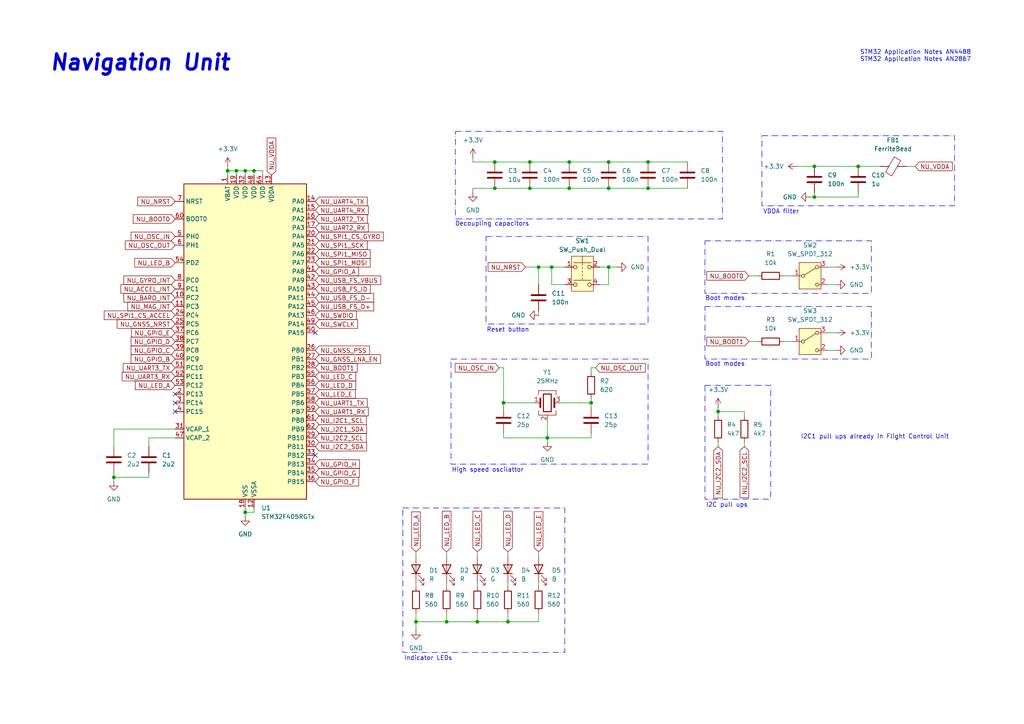
<source format=kicad_sch>
(kicad_sch (version 20250114) (generator "eeschema") (generator_version "9.0")
  (paper "A4")
  (lib_symbols
    (symbol "Device:C" (pin_numbers (hide yes)) (pin_names (offset 0.254))
      (property "Reference" "C" (at 0.635 2.54 0))
      (property "Value" "C" (at 0.635 -2.54 0))
      (symbol "C_0_1"
        (polyline (pts (xy -2.032 0.762) (xy 2.032 0.762)) (stroke (width 0.508)))
        (polyline (pts (xy -2.032 -0.762) (xy 2.032 -0.762)) (stroke (width 0.508)))
      )
      (symbol "C_1_1"
        (pin passive line (at 0 3.81 270) (length 2.794) (name "~") (number "1"))
        (pin passive line (at 0 -3.81 90) (length 2.794) (name "~") (number "2"))
      )
    )
    (symbol "Device:Crystal_GND24" (pin_names (offset 1.016) (hide yes))
      (property "Reference" "Y" (at 3.175 5.08 0))
      (property "Value" "Crystal_GND24" (at 3.175 3.175 0))
      (symbol "Crystal_GND24_0_1"
        (polyline (pts (xy -2.54 2.286) (xy -2.54 3.556) (xy 2.54 3.556) (xy 2.54 2.286)))
        (polyline (pts (xy -2.54 0) (xy -2.032 0)))
        (polyline (pts (xy -2.54 -2.286) (xy -2.54 -3.556) (xy 2.54 -3.556) (xy 2.54 -2.286)))
        (polyline (pts (xy -2.032 -1.27) (xy -2.032 1.27)) (stroke (width 0.508)))
        (rectangle (start -1.143 2.54) (end 1.143 -2.54) (stroke (width 0.3048)))
        (polyline (pts (xy 0 -3.81) (xy 0 -3.556)))
        (polyline (pts (xy 2.032 0) (xy 2.54 0)))
        (polyline (pts (xy 2.032 -1.27) (xy 2.032 1.27)) (stroke (width 0.508)))
      )
      (symbol "Crystal_GND24_1_1"
        (pin passive line (at -3.81 0 0) (length 1.27) (name "1") (number "1"))
        (pin passive line (at 0 -5.08 90) (length 1.27) (name "G") (number "2"))
        (pin passive line (at 0 -5.08 90) (length 1.27) (hide yes) (name "G") (number "4"))
        (pin passive line (at 3.81 0 180) (length 1.27) (name "3") (number "3"))
      )
    )
    (symbol "Device:FerriteBead" (pin_numbers (hide yes)) (pin_names (offset 0))
      (property "Reference" "FB" (at -3.81 0.635 90))
      (property "Value" "FerriteBead" (at 3.81 0 90))
      (symbol "FerriteBead_0_1"
        (polyline (pts (xy -2.7686 0.4064) (xy -1.7018 2.2606) (xy 2.7686 -0.3048) (xy 1.6764 -2.159) (xy -2.7686 0.4064)))
        (polyline (pts (xy 0 1.27) (xy 0 1.2954)))
        (polyline (pts (xy 0 -1.27) (xy 0 -1.2192)))
      )
      (symbol "FerriteBead_1_1"
        (pin passive line (at 0 3.81 270) (length 2.54) (name "~") (number "1"))
        (pin passive line (at 0 -3.81 90) (length 2.54) (name "~") (number "2"))
      )
    )
    (symbol "Device:LED" (pin_numbers (hide yes)) (pin_names (offset 1.016) (hide yes))
      (property "Reference" "D" (at 0 2.54 0))
      (property "Value" "LED" (at 0 -2.54 0))
      (symbol "LED_0_1"
        (polyline (pts (xy -3.048 -0.762) (xy -4.572 -2.286) (xy -3.81 -2.286) (xy -4.572 -2.286) (xy -4.572 -1.524)))
        (polyline (pts (xy -1.778 -0.762) (xy -3.302 -2.286) (xy -2.54 -2.286) (xy -3.302 -2.286) (xy -3.302 -1.524)))
        (polyline (pts (xy -1.27 0) (xy 1.27 0)))
        (polyline (pts (xy -1.27 -1.27) (xy -1.27 1.27)) (stroke (width 0.254)))
        (polyline (pts (xy 1.27 -1.27) (xy 1.27 1.27) (xy -1.27 0) (xy 1.27 -1.27)) (stroke (width 0.254)))
      )
      (symbol "LED_1_1"
        (pin passive line (at -3.81 0 0) (length 2.54) (name "K") (number "1"))
        (pin passive line (at 3.81 0 180) (length 2.54) (name "A") (number "2"))
      )
    )
    (symbol "Device:R" (pin_numbers (hide yes)) (pin_names (offset 0))
      (property "Reference" "R" (at 2.032 0 90))
      (property "Value" "R" (at 0 0 90))
      (symbol "R_0_1"
        (rectangle (start -1.016 -2.54) (end 1.016 2.54) (stroke (width 0.254)))
      )
      (symbol "R_1_1"
        (pin passive line (at 0 3.81 270) (length 1.27) (name "~") (number "1"))
        (pin passive line (at 0 -3.81 90) (length 1.27) (name "~") (number "2"))
      )
    )
    (symbol "MCU_ST_STM32F4:STM32F405RGTx"
      (property "Reference" "U" (at -17.78 46.99 0))
      (property "Value" "STM32F405RGTx" (at 10.16 46.99 0))
      (symbol "STM32F405RGTx_0_1"
        (rectangle (start -17.78 -45.72) (end 17.78 45.72) (stroke (width 0.254)) (fill (type background)))
      )
      (symbol "STM32F405RGTx_1_1"
        (pin input line (at -20.32 40.64 0) (length 2.54) (name "NRST") (number "7"))
        (pin input line (at -20.32 35.56 0) (length 2.54) (name "BOOT0") (number "60"))
        (pin bidirectional line (at -20.32 30.48 0) (length 2.54) (name "PH0") (number "5"))
        (pin bidirectional line (at -20.32 27.94 0) (length 2.54) (name "PH1") (number "6"))
        (pin bidirectional line (at -20.32 22.86 0) (length 2.54) (name "PD2") (number "54"))
        (pin bidirectional line (at -20.32 17.78 0) (length 2.54) (name "PC0") (number "8"))
        (pin bidirectional line (at -20.32 15.24 0) (length 2.54) (name "PC1") (number "9"))
        (pin bidirectional line (at -20.32 12.7 0) (length 2.54) (name "PC2") (number "10"))
        (pin bidirectional line (at -20.32 10.16 0) (length 2.54) (name "PC3") (number "11"))
        (pin bidirectional line (at -20.32 7.62 0) (length 2.54) (name "PC4") (number "24"))
        (pin bidirectional line (at -20.32 5.08 0) (length 2.54) (name "PC5") (number "25"))
        (pin bidirectional line (at -20.32 2.54 0) (length 2.54) (name "PC6") (number "37"))
        (pin bidirectional line (at -20.32 0 0) (length 2.54) (name "PC7") (number "38"))
        (pin bidirectional line (at -20.32 -2.54 0) (length 2.54) (name "PC8") (number "39"))
        (pin bidirectional line (at -20.32 -5.08 0) (length 2.54) (name "PC9") (number "40"))
        (pin bidirectional line (at -20.32 -7.62 0) (length 2.54) (name "PC10") (number "51"))
        (pin bidirectional line (at -20.32 -10.16 0) (length 2.54) (name "PC11") (number "52"))
        (pin bidirectional line (at -20.32 -12.7 0) (length 2.54) (name "PC12") (number "53"))
        (pin bidirectional line (at -20.32 -15.24 0) (length 2.54) (name "PC13") (number "2"))
        (pin bidirectional line (at -20.32 -17.78 0) (length 2.54) (name "PC14") (number "3"))
        (pin bidirectional line (at -20.32 -20.32 0) (length 2.54) (name "PC15") (number "4"))
        (pin power_out line (at -20.32 -25.4 0) (length 2.54) (name "VCAP_1") (number "31"))
        (pin power_out line (at -20.32 -27.94 0) (length 2.54) (name "VCAP_2") (number "47"))
        (pin power_in line (at -5.08 48.26 270) (length 2.54) (name "VBAT") (number "1"))
        (pin power_in line (at -2.54 48.26 270) (length 2.54) (name "VDD") (number "19"))
        (pin power_in line (at 0 48.26 270) (length 2.54) (name "VDD") (number "32"))
        (pin power_in line (at 0 -48.26 90) (length 2.54) (name "VSS") (number "18"))
        (pin passive line (at 0 -48.26 90) (length 2.54) (hide yes) (name "VSS") (number "63"))
        (pin power_in line (at 2.54 48.26 270) (length 2.54) (name "VDD") (number "48"))
        (pin power_in line (at 2.54 -48.26 90) (length 2.54) (name "VSSA") (number "12"))
        (pin power_in line (at 5.08 48.26 270) (length 2.54) (name "VDD") (number "64"))
        (pin power_in line (at 7.62 48.26 270) (length 2.54) (name "VDDA") (number "13"))
        (pin bidirectional line (at 20.32 40.64 180) (length 2.54) (name "PA0") (number "14"))
        (pin bidirectional line (at 20.32 38.1 180) (length 2.54) (name "PA1") (number "15"))
        (pin bidirectional line (at 20.32 35.56 180) (length 2.54) (name "PA2") (number "16"))
        (pin bidirectional line (at 20.32 33.02 180) (length 2.54) (name "PA3") (number "17"))
        (pin bidirectional line (at 20.32 30.48 180) (length 2.54) (name "PA4") (number "20"))
        (pin bidirectional line (at 20.32 27.94 180) (length 2.54) (name "PA5") (number "21"))
        (pin bidirectional line (at 20.32 25.4 180) (length 2.54) (name "PA6") (number "22"))
        (pin bidirectional line (at 20.32 22.86 180) (length 2.54) (name "PA7") (number "23"))
        (pin bidirectional line (at 20.32 20.32 180) (length 2.54) (name "PA8") (number "41"))
        (pin bidirectional line (at 20.32 17.78 180) (length 2.54) (name "PA9") (number "42"))
        (pin bidirectional line (at 20.32 15.24 180) (length 2.54) (name "PA10") (number "43"))
        (pin bidirectional line (at 20.32 12.7 180) (length 2.54) (name "PA11") (number "44"))
        (pin bidirectional line (at 20.32 10.16 180) (length 2.54) (name "PA12") (number "45"))
        (pin bidirectional line (at 20.32 7.62 180) (length 2.54) (name "PA13") (number "46"))
        (pin bidirectional line (at 20.32 5.08 180) (length 2.54) (name "PA14") (number "49"))
        (pin bidirectional line (at 20.32 2.54 180) (length 2.54) (name "PA15") (number "50"))
        (pin bidirectional line (at 20.32 -2.54 180) (length 2.54) (name "PB0") (number "26"))
        (pin bidirectional line (at 20.32 -5.08 180) (length 2.54) (name "PB1") (number "27"))
        (pin bidirectional line (at 20.32 -7.62 180) (length 2.54) (name "PB2") (number "28"))
        (pin bidirectional line (at 20.32 -10.16 180) (length 2.54) (name "PB3") (number "55"))
        (pin bidirectional line (at 20.32 -12.7 180) (length 2.54) (name "PB4") (number "56"))
        (pin bidirectional line (at 20.32 -15.24 180) (length 2.54) (name "PB5") (number "57"))
        (pin bidirectional line (at 20.32 -17.78 180) (length 2.54) (name "PB6") (number "58"))
        (pin bidirectional line (at 20.32 -20.32 180) (length 2.54) (name "PB7") (number "59"))
        (pin bidirectional line (at 20.32 -22.86 180) (length 2.54) (name "PB8") (number "61"))
        (pin bidirectional line (at 20.32 -25.4 180) (length 2.54) (name "PB9") (number "62"))
        (pin bidirectional line (at 20.32 -27.94 180) (length 2.54) (name "PB10") (number "29"))
        (pin bidirectional line (at 20.32 -30.48 180) (length 2.54) (name "PB11") (number "30"))
        (pin bidirectional line (at 20.32 -33.02 180) (length 2.54) (name "PB12") (number "33"))
        (pin bidirectional line (at 20.32 -35.56 180) (length 2.54) (name "PB13") (number "34"))
        (pin bidirectional line (at 20.32 -38.1 180) (length 2.54) (name "PB14") (number "35"))
        (pin bidirectional line (at 20.32 -40.64 180) (length 2.54) (name "PB15") (number "36"))
      )
    )
    (symbol "Switch:SW_Push_Dual" (pin_names (offset 1.016) (hide yes))
      (property "Reference" "SW" (at 0 7.62 0))
      (property "Value" "SW_Push_Dual" (at 0 -6.35 0))
      (symbol "SW_Push_Dual_0_1"
        (circle (center -2.032 2.54) (radius 0.508))
        (circle (center -2.032 -2.54) (radius 0.508))
        (polyline (pts (xy 0 3.81) (xy 0 5.588)))
        (polyline (pts (xy 0 3.048) (xy 0 3.556)))
        (polyline (pts (xy 0 2.032) (xy 0 2.54)))
        (polyline (pts (xy 0 1.016) (xy 0 1.524)))
        (polyline (pts (xy 0 0.508) (xy 0 0)))
        (polyline (pts (xy 0 -0.508) (xy 0 -1.016)))
        (circle (center 2.032 2.54) (radius 0.508))
        (circle (center 2.032 -2.54) (radius 0.508))
        (polyline (pts (xy 2.54 3.81) (xy -2.54 3.81)))
        (polyline (pts (xy 2.54 -1.27) (xy -2.54 -1.27)))
        (pin passive line (at -5.08 2.54 0) (length 2.54) (name "1") (number "1"))
        (pin passive line (at -5.08 -2.54 0) (length 2.54) (name "3") (number "3"))
        (pin passive line (at 5.08 2.54 180) (length 2.54) (name "2") (number "2"))
        (pin passive line (at 5.08 -2.54 180) (length 2.54) (name "4") (number "4"))
      )
      (symbol "SW_Push_Dual_1_1"
        (rectangle (start -3.175 5.715) (end 3.175 -4.445) (fill (type background)))
      )
    )
    (symbol "Switch:SW_SPDT_312" (pin_names (offset 1) (hide yes))
      (property "Reference" "SW" (at 0 5.08 0))
      (property "Value" "SW_SPDT_312" (at 0 -5.08 0))
      (symbol "SW_SPDT_312_0_1"
        (circle (center -2.032 0) (radius 0.4572))
        (polyline (pts (xy -1.651 0.254) (xy 1.651 2.286)))
        (circle (center 2.032 2.54) (radius 0.4572))
        (circle (center 2.032 -2.54) (radius 0.4572))
      )
      (symbol "SW_SPDT_312_1_1"
        (rectangle (start -3.175 3.81) (end 3.175 -3.81) (fill (type background)))
        (pin passive line (at -5.08 0 0) (length 2.54) (name "B") (number "1"))
        (pin passive line (at 5.08 2.54 180) (length 2.54) (name "A") (number "3"))
        (pin passive line (at 5.08 -2.54 180) (length 2.54) (name "C") (number "2"))
      )
    )
    (symbol "power:+3.3V" (power) (pin_numbers (hide yes)) (pin_names (offset 0) (hide yes))
      (property "Value" "+3.3V" (at 0 3.556 0))
      (symbol "+3.3V_0_1"
        (polyline (pts (xy -0.762 1.27) (xy 0 2.54)))
        (polyline (pts (xy 0 2.54) (xy 0.762 1.27)))
        (polyline (pts (xy 0 0) (xy 0 2.54)))
      )
      (symbol "+3.3V_1_1"
        (pin power_in line (at 0 0 90) (length 0) (name "~") (number "1"))
      )
    )
    (symbol "power:GND" (power) (pin_numbers (hide yes)) (pin_names (offset 0) (hide yes))
      (property "Value" "GND" (at 0 -3.81 0))
      (symbol "GND_0_1"
        (polyline (pts (xy 0 0) (xy 0 -1.27) (xy 1.27 -1.27) (xy 0 -2.54) (xy -1.27 -1.27) (xy 0 -1.27)))
      )
      (symbol "GND_1_1"
        (pin power_in line (at 0 0 270) (length 0) (name "~") (number "1"))
      )
    )
  )
  (rectangle (start 220.98 39.37) (end 276.86 59.69) (stroke (width 0) (type dash_dot)))
  (rectangle (start 204.47 88.9) (end 252.73 104.14) (stroke (width 0) (type dash_dot)))
  (rectangle (start 140.97 68.58) (end 187.96 93.98) (stroke (width 0) (type dash_dot)))
  (rectangle (start 130.81 104.14) (end 187.96 134.62) (stroke (width 0) (type dash_dot)))
  (rectangle (start 204.47 69.85) (end 252.73 85.09) (stroke (width 0) (type dash_dot)))
  (rectangle (start 204.47 111.76) (end 223.52 144.78) (stroke (width 0) (type dash_dot)))
  (rectangle (start 116.84 147.32) (end 163.83 189.23) (stroke (width 0) (type dash_dot)))
  (rectangle (start 132.08 38.1) (end 209.55 63.5) (stroke (width 0) (type dash_dot)))
  (text "I2C pull ups" (at 210.82 146.558 0) (effects (font (size 1.27 1.27))))
  (text "I2C1 pull ups already in Flight Control Unit" (at 253.746 126.746 0) (effects (font (size 1.27 1.27))))
  (text "Boot modes" (at 210.312 86.614 0) (effects (font (size 1.27 1.27))))
  (text "Indicator LEDs" (at 124.206 191.008 0) (effects (font (size 1.27 1.27))))
  (text "Navigation Unit" (at 40.64 18.288 0) (effects (font (size 4.445 4.445) (thickness 0.889) (bold yes) (italic yes))))
  (text "Reset button" (at 147.32 95.758 0) (effects (font (size 1.27 1.27))))
  (text "STM32 Application Notes AN4488\nSTM32 Application Notes AN2867" (at 249.428 16.256 0) (effects (font (size 1.27 1.27)) (justify left)))
  (text "VDDA filter" (at 226.568 61.468 0) (effects (font (size 1.27 1.27))))
  (text "Decoupling capacitors" (at 142.748 65.024 0) (effects (font (size 1.27 1.27))))
  (text "High speed oscilattor" (at 141.478 136.398 0) (effects (font (size 1.27 1.27))))
  (text "Boot modes" (at 210.312 105.664 0) (effects (font (size 1.27 1.27))))
  (junction (at 248.92 48.26))
  (junction (at 71.12 49.53))
  (junction (at 156.21 77.47))
  (junction (at 143.51 54.61))
  (junction (at 187.96 54.61))
  (junction (at 153.67 46.99))
  (junction (at 171.45 116.84))
  (junction (at 176.53 46.99))
  (junction (at 208.28 119.38))
  (junction (at 68.58 49.53))
  (junction (at 160.02 77.47))
  (junction (at 120.65 180.34))
  (junction (at 176.53 54.61))
  (junction (at 33.02 138.43))
  (junction (at 176.53 77.47))
  (junction (at 153.67 54.61))
  (junction (at 66.04 49.53))
  (junction (at 187.96 46.99))
  (junction (at 146.05 116.84))
  (junction (at 73.66 49.53))
  (junction (at 129.54 180.34))
  (junction (at 138.43 180.34))
  (junction (at 165.1 54.61))
  (junction (at 158.75 127))
  (junction (at 236.22 57.15))
  (junction (at 71.12 148.59))
  (junction (at 165.1 46.99))
  (junction (at 143.51 46.99))
  (junction (at 236.22 48.26))
  (junction (at 147.32 180.34))
  (no_connect (at 50.8 116.84))
  (no_connect (at 50.8 119.38))
  (no_connect (at 91.44 132.08))
  (no_connect (at 50.8 114.3))
  (no_connect (at 91.44 96.52))
  (wire (pts (xy 68.58 49.53) (xy 68.58 50.8)))
  (wire (pts (xy 215.9 119.38) (xy 215.9 120.65)))
  (wire (pts (xy 146.05 116.84) (xy 146.05 118.11)))
  (wire (pts (xy 71.12 147.32) (xy 71.12 148.59)))
  (wire (pts (xy 158.75 127) (xy 171.45 127)))
  (wire (pts (xy 146.05 127) (xy 158.75 127)))
  (wire (pts (xy 66.04 49.53) (xy 68.58 49.53)))
  (wire (pts (xy 160.02 82.55) (xy 160.02 77.47)))
  (wire (pts (xy 162.56 116.84) (xy 171.45 116.84)))
  (wire (pts (xy 68.58 49.53) (xy 71.12 49.53)))
  (wire (pts (xy 165.1 54.61) (xy 176.53 54.61)))
  (wire (pts (xy 146.05 127) (xy 146.05 125.73)))
  (wire (pts (xy 208.28 119.38) (xy 208.28 120.65)))
  (wire (pts (xy 146.05 116.84) (xy 154.94 116.84)))
  (wire (pts (xy 231.14 48.26) (xy 236.22 48.26)))
  (wire (pts (xy 240.03 77.47) (xy 242.57 77.47)))
  (wire (pts (xy 33.02 138.43) (xy 33.02 139.7)))
  (wire (pts (xy 176.53 77.47) (xy 176.53 82.55)))
  (wire (pts (xy 43.18 127) (xy 43.18 129.54)))
  (wire (pts (xy 71.12 49.53) (xy 73.66 49.53)))
  (wire (pts (xy 160.02 77.47) (xy 163.83 77.47)))
  (wire (pts (xy 171.45 116.84) (xy 171.45 118.11)))
  (wire (pts (xy 71.12 148.59) (xy 71.12 149.86)))
  (wire (pts (xy 138.43 160.02) (xy 138.43 161.29)))
  (wire (pts (xy 50.8 124.46) (xy 33.02 124.46)))
  (wire (pts (xy 144.78 106.68) (xy 146.05 106.68)))
  (wire (pts (xy 147.32 160.02) (xy 147.32 161.29)))
  (wire (pts (xy 66.04 49.53) (xy 66.04 50.8)))
  (wire (pts (xy 153.67 46.99) (xy 165.1 46.99)))
  (wire (pts (xy 146.05 106.68) (xy 146.05 116.84)))
  (wire (pts (xy 120.65 180.34) (xy 120.65 182.88)))
  (wire (pts (xy 165.1 46.99) (xy 176.53 46.99)))
  (wire (pts (xy 156.21 77.47) (xy 160.02 77.47)))
  (wire (pts (xy 147.32 180.34) (xy 156.21 180.34)))
  (wire (pts (xy 33.02 138.43) (xy 43.18 138.43)))
  (wire (pts (xy 143.51 46.99) (xy 153.67 46.99)))
  (wire (pts (xy 248.92 57.15) (xy 248.92 55.88)))
  (wire (pts (xy 147.32 177.8) (xy 147.32 180.34)))
  (wire (pts (xy 208.28 118.11) (xy 208.28 119.38)))
  (wire (pts (xy 137.16 55.88) (xy 137.16 54.61)))
  (wire (pts (xy 156.21 160.02) (xy 156.21 161.29)))
  (wire (pts (xy 163.83 82.55) (xy 160.02 82.55)))
  (wire (pts (xy 33.02 137.16) (xy 33.02 138.43)))
  (wire (pts (xy 240.03 101.6) (xy 242.57 101.6)))
  (wire (pts (xy 50.8 127) (xy 43.18 127)))
  (wire (pts (xy 171.45 106.68) (xy 171.45 107.95)))
  (wire (pts (xy 76.2 49.53) (xy 76.2 50.8)))
  (wire (pts (xy 227.33 99.06) (xy 229.87 99.06)))
  (wire (pts (xy 217.17 99.06) (xy 219.71 99.06)))
  (wire (pts (xy 176.53 54.61) (xy 187.96 54.61)))
  (wire (pts (xy 173.99 77.47) (xy 176.53 77.47)))
  (wire (pts (xy 73.66 148.59) (xy 73.66 147.32)))
  (wire (pts (xy 120.65 180.34) (xy 129.54 180.34)))
  (wire (pts (xy 217.17 80.01) (xy 219.71 80.01)))
  (wire (pts (xy 158.75 127) (xy 158.75 128.27)))
  (wire (pts (xy 156.21 77.47) (xy 156.21 82.55)))
  (wire (pts (xy 176.53 77.47) (xy 179.07 77.47)))
  (wire (pts (xy 176.53 46.99) (xy 187.96 46.99)))
  (wire (pts (xy 66.04 48.26) (xy 66.04 49.53)))
  (wire (pts (xy 152.4 77.47) (xy 156.21 77.47)))
  (wire (pts (xy 262.89 48.26) (xy 265.43 48.26)))
  (wire (pts (xy 137.16 54.61) (xy 143.51 54.61)))
  (wire (pts (xy 43.18 138.43) (xy 43.18 137.16)))
  (wire (pts (xy 171.45 115.57) (xy 171.45 116.84)))
  (wire (pts (xy 234.95 57.15) (xy 236.22 57.15)))
  (wire (pts (xy 138.43 168.91) (xy 138.43 170.18)))
  (wire (pts (xy 248.92 48.26) (xy 255.27 48.26)))
  (wire (pts (xy 120.65 177.8) (xy 120.65 180.34)))
  (wire (pts (xy 73.66 49.53) (xy 76.2 49.53)))
  (wire (pts (xy 240.03 96.52) (xy 242.57 96.52)))
  (wire (pts (xy 156.21 180.34) (xy 156.21 177.8)))
  (wire (pts (xy 147.32 180.34) (xy 138.43 180.34)))
  (wire (pts (xy 153.67 54.61) (xy 165.1 54.61)))
  (wire (pts (xy 129.54 168.91) (xy 129.54 170.18)))
  (wire (pts (xy 158.75 121.92) (xy 158.75 127)))
  (wire (pts (xy 129.54 180.34) (xy 138.43 180.34)))
  (wire (pts (xy 240.03 82.55) (xy 242.57 82.55)))
  (wire (pts (xy 208.28 119.38) (xy 215.9 119.38)))
  (wire (pts (xy 187.96 54.61) (xy 199.39 54.61)))
  (wire (pts (xy 215.9 128.27) (xy 215.9 129.54)))
  (wire (pts (xy 33.02 124.46) (xy 33.02 129.54)))
  (wire (pts (xy 143.51 54.61) (xy 153.67 54.61)))
  (wire (pts (xy 176.53 82.55) (xy 173.99 82.55)))
  (wire (pts (xy 236.22 57.15) (xy 236.22 55.88)))
  (wire (pts (xy 236.22 48.26) (xy 248.92 48.26)))
  (wire (pts (xy 71.12 49.53) (xy 71.12 50.8)))
  (wire (pts (xy 129.54 160.02) (xy 129.54 161.29)))
  (wire (pts (xy 137.16 45.72) (xy 137.16 46.99)))
  (wire (pts (xy 71.12 148.59) (xy 73.66 148.59)))
  (wire (pts (xy 156.21 168.91) (xy 156.21 170.18)))
  (wire (pts (xy 73.66 49.53) (xy 73.66 50.8)))
  (wire (pts (xy 187.96 46.99) (xy 199.39 46.99)))
  (wire (pts (xy 138.43 177.8) (xy 138.43 180.34)))
  (wire (pts (xy 120.65 168.91) (xy 120.65 170.18)))
  (wire (pts (xy 208.28 128.27) (xy 208.28 129.54)))
  (wire (pts (xy 236.22 57.15) (xy 248.92 57.15)))
  (wire (pts (xy 129.54 180.34) (xy 129.54 177.8)))
  (wire (pts (xy 172.72 106.68) (xy 171.45 106.68)))
  (wire (pts (xy 227.33 80.01) (xy 229.87 80.01)))
  (wire (pts (xy 156.21 90.17) (xy 156.21 91.44)))
  (wire (pts (xy 147.32 168.91) (xy 147.32 170.18)))
  (wire (pts (xy 171.45 127) (xy 171.45 125.73)))
  (wire (pts (xy 137.16 46.99) (xy 143.51 46.99)))
  (wire (pts (xy 120.65 160.02) (xy 120.65 161.29)))
  (global_label "NU_VDDA" (shape input) (at 78.74 50.8 90) (property "Intersheetrefs" "${INTERSHEET_REFS}" (effects (hide yes))))
  (global_label "NU_SPI1_CS_GYRO" (shape input) (at 91.44 68.58 0) (property "Intersheetrefs" "${INTERSHEET_REFS}" (effects (hide yes))))
  (global_label "NU_ACCEL_INT" (shape input) (at 50.8 83.82 180) (property "Intersheetrefs" "${INTERSHEET_REFS}" (effects (hide yes))))
  (global_label "NU_I2C1_SCL" (shape input) (at 91.44 121.92 0) (property "Intersheetrefs" "${INTERSHEET_REFS}" (effects (hide yes))))
  (global_label "NU_I2C1_SDA" (shape input) (at 91.44 124.46 0) (property "Intersheetrefs" "${INTERSHEET_REFS}" (effects (hide yes))))
  (global_label "NU_LED_C" (shape input) (at 138.43 160.02 90) (property "Intersheetrefs" "${INTERSHEET_REFS}" (effects (hide yes))))
  (global_label "NU_USB_FS_D+" (shape input) (at 91.44 88.9 0) (property "Intersheetrefs" "${INTERSHEET_REFS}" (effects (hide yes))))
  (global_label "NU_UART1_RX" (shape input) (at 91.44 119.38 0) (property "Intersheetrefs" "${INTERSHEET_REFS}" (effects (hide yes))))
  (global_label "NU_GPIO_A" (shape input) (at 91.44 78.74 0) (property "Intersheetrefs" "${INTERSHEET_REFS}" (effects (hide yes))))
  (global_label "NU_SPI1_MISO" (shape input) (at 91.44 73.66 0) (property "Intersheetrefs" "${INTERSHEET_REFS}" (effects (hide yes))))
  (global_label "NU_GNSS_NRST" (shape input) (at 50.8 93.98 180) (property "Intersheetrefs" "${INTERSHEET_REFS}" (effects (hide yes))))
  (global_label "NU_LED_E" (shape input) (at 156.21 160.02 90) (property "Intersheetrefs" "${INTERSHEET_REFS}" (effects (hide yes))))
  (global_label "NU_NRST" (shape input) (at 152.4 77.47 180) (property "Intersheetrefs" "${INTERSHEET_REFS}" (effects (hide yes))))
  (global_label "NU_UART1_TX" (shape input) (at 91.44 116.84 0) (property "Intersheetrefs" "${INTERSHEET_REFS}" (effects (hide yes))))
  (global_label "NU_GPIO_H" (shape input) (at 91.44 134.62 0) (property "Intersheetrefs" "${INTERSHEET_REFS}" (effects (hide yes))))
  (global_label "NU_OSC_IN" (shape input) (at 144.78 106.68 180) (property "Intersheetrefs" "${INTERSHEET_REFS}" (effects (hide yes))))
  (global_label "NU_GPIO_C" (shape input) (at 50.8 101.6 180) (property "Intersheetrefs" "${INTERSHEET_REFS}" (effects (hide yes))))
  (global_label "NU_UART4_TX" (shape input) (at 91.44 58.42 0) (property "Intersheetrefs" "${INTERSHEET_REFS}" (effects (hide yes))))
  (global_label "NU_GPIO_D" (shape input) (at 50.8 99.06 180) (property "Intersheetrefs" "${INTERSHEET_REFS}" (effects (hide yes))))
  (global_label "NU_GPIO_G" (shape input) (at 91.44 137.16 0) (property "Intersheetrefs" "${INTERSHEET_REFS}" (effects (hide yes))))
  (global_label "NU_UART2_TX" (shape input) (at 91.44 63.5 0) (property "Intersheetrefs" "${INTERSHEET_REFS}" (effects (hide yes))))
  (global_label "NU_NRST" (shape input) (at 50.8 58.42 180) (property "Intersheetrefs" "${INTERSHEET_REFS}" (effects (hide yes))))
  (global_label "NU_UART2_RX" (shape input) (at 91.44 66.04 0) (property "Intersheetrefs" "${INTERSHEET_REFS}" (effects (hide yes))))
  (global_label "NU_I2C2_SDA" (shape input) (at 91.44 129.54 0) (property "Intersheetrefs" "${INTERSHEET_REFS}" (effects (hide yes))))
  (global_label "NU_OSC_OUT" (shape input) (at 50.8 71.12 180) (property "Intersheetrefs" "${INTERSHEET_REFS}" (effects (hide yes))))
  (global_label "NU_I2C2_SDA" (shape input) (at 208.28 129.54 270) (property "Intersheetrefs" "${INTERSHEET_REFS}" (effects (hide yes))))
  (global_label "NU_OSC_IN" (shape input) (at 50.8 68.58 180) (property "Intersheetrefs" "${INTERSHEET_REFS}" (effects (hide yes))))
  (global_label "NU_USB_FS_VBUS" (shape input) (at 91.44 81.28 0) (property "Intersheetrefs" "${INTERSHEET_REFS}" (effects (hide yes))))
  (global_label "NU_LED_D" (shape input) (at 91.44 111.76 0) (property "Intersheetrefs" "${INTERSHEET_REFS}" (effects (hide yes))))
  (global_label "NU_BOOT0" (shape input) (at 217.17 80.01 180) (property "Intersheetrefs" "${INTERSHEET_REFS}" (effects (hide yes))))
  (global_label "NU_LED_E" (shape input) (at 91.44 114.3 0) (property "Intersheetrefs" "${INTERSHEET_REFS}" (effects (hide yes))))
  (global_label "NU_BOOT1" (shape input) (at 217.17 99.06 180) (property "Intersheetrefs" "${INTERSHEET_REFS}" (effects (hide yes))))
  (global_label "NU_SWDIO" (shape input) (at 91.44 91.44 0) (property "Intersheetrefs" "${INTERSHEET_REFS}" (effects (hide yes))))
  (global_label "NU_BOOT1" (shape input) (at 91.44 106.68 0) (property "Intersheetrefs" "${INTERSHEET_REFS}" (effects (hide yes))))
  (global_label "NU_VDDA" (shape input) (at 265.43 48.26 0) (property "Intersheetrefs" "${INTERSHEET_REFS}" (effects (hide yes))))
  (global_label "NU_SPI1_MOSI" (shape input) (at 91.44 76.2 0) (property "Intersheetrefs" "${INTERSHEET_REFS}" (effects (hide yes))))
  (global_label "NU_LED_A" (shape input) (at 120.65 160.02 90) (property "Intersheetrefs" "${INTERSHEET_REFS}" (effects (hide yes))))
  (global_label "NU_OSC_OUT" (shape input) (at 172.72 106.68 0) (property "Intersheetrefs" "${INTERSHEET_REFS}" (effects (hide yes))))
  (global_label "NU_LED_D" (shape input) (at 147.32 160.02 90) (property "Intersheetrefs" "${INTERSHEET_REFS}" (effects (hide yes))))
  (global_label "NU_BARO_INT" (shape input) (at 50.8 86.36 180) (property "Intersheetrefs" "${INTERSHEET_REFS}" (effects (hide yes))))
  (global_label "NU_GPIO_F" (shape input) (at 91.44 139.7 0) (property "Intersheetrefs" "${INTERSHEET_REFS}" (effects (hide yes))))
  (global_label "NU_GYRO_INT" (shape input) (at 50.8 81.28 180) (property "Intersheetrefs" "${INTERSHEET_REFS}" (effects (hide yes))))
  (global_label "NU_UART3_TX" (shape input) (at 50.8 106.68 180) (property "Intersheetrefs" "${INTERSHEET_REFS}" (effects (hide yes))))
  (global_label "NU_I2C2_SCL" (shape input) (at 215.9 129.54 270) (property "Intersheetrefs" "${INTERSHEET_REFS}" (effects (hide yes))))
  (global_label "NU_SWCLK" (shape input) (at 91.44 93.98 0) (property "Intersheetrefs" "${INTERSHEET_REFS}" (effects (hide yes))))
  (global_label "NU_UART4_RX" (shape input) (at 91.44 60.96 0) (property "Intersheetrefs" "${INTERSHEET_REFS}" (effects (hide yes))))
  (global_label "NU_LED_A" (shape input) (at 50.8 111.76 180) (property "Intersheetrefs" "${INTERSHEET_REFS}" (effects (hide yes))))
  (global_label "NU_UART3_RX" (shape input) (at 50.8 109.22 180) (property "Intersheetrefs" "${INTERSHEET_REFS}" (effects (hide yes))))
  (global_label "NU_GPIO_B" (shape input) (at 50.8 104.14 180) (property "Intersheetrefs" "${INTERSHEET_REFS}" (effects (hide yes))))
  (global_label "NU_LED_C" (shape input) (at 91.44 109.22 0) (property "Intersheetrefs" "${INTERSHEET_REFS}" (effects (hide yes))))
  (global_label "NU_SPI1_CS_ACCEL" (shape input) (at 50.8 91.44 180) (property "Intersheetrefs" "${INTERSHEET_REFS}" (effects (hide yes))))
  (global_label "NU_LED_B" (shape input) (at 50.8 76.2 180) (property "Intersheetrefs" "${INTERSHEET_REFS}" (effects (hide yes))))
  (global_label "NU_I2C2_SCL" (shape input) (at 91.44 127 0) (property "Intersheetrefs" "${INTERSHEET_REFS}" (effects (hide yes))))
  (global_label "NU_USB_FS_ID" (shape input) (at 91.44 83.82 0) (property "Intersheetrefs" "${INTERSHEET_REFS}" (effects (hide yes))))
  (global_label "NU_LED_B" (shape input) (at 129.54 160.02 90) (property "Intersheetrefs" "${INTERSHEET_REFS}" (effects (hide yes))))
  (global_label "NU_GNSS_LNA_EN" (shape input) (at 91.44 104.14 0) (property "Intersheetrefs" "${INTERSHEET_REFS}" (effects (hide yes))))
  (global_label "NU_SPI1_SCK" (shape input) (at 91.44 71.12 0) (property "Intersheetrefs" "${INTERSHEET_REFS}" (effects (hide yes))))
  (global_label "NU_GPIO_E" (shape input) (at 50.8 96.52 180) (property "Intersheetrefs" "${INTERSHEET_REFS}" (effects (hide yes))))
  (global_label "NU_BOOT0" (shape input) (at 50.8 63.5 180) (property "Intersheetrefs" "${INTERSHEET_REFS}" (effects (hide yes))))
  (global_label "NU_GNSS_PSS" (shape input) (at 91.44 101.6 0) (property "Intersheetrefs" "${INTERSHEET_REFS}" (effects (hide yes))))
  (global_label "NU_MAG_INT" (shape input) (at 50.8 88.9 180) (property "Intersheetrefs" "${INTERSHEET_REFS}" (effects (hide yes))))
  (global_label "NU_USB_FS_D-" (shape input) (at 91.44 86.36 0) (property "Intersheetrefs" "${INTERSHEET_REFS}" (effects (hide yes))))
  (symbol (lib_id "Device:R") (at 120.65 173.99 0) (unit 1)
    (property "Reference" "R8" (at 123.19 172.7199 0) (effects (justify left)))
    (property "Value" "560" (at 123.19 175.2599 0) (effects (justify left)))
    (property "Footprint" "Resistor_SMD:R_0603_1608Metric" (effects (hide yes)))
    (property "Description" "560 Ohms, 0,125W, 5%, 0603" (effects (hide yes)))
  )
  (symbol (lib_id "Device:C") (at 165.1 50.8 0) (unit 1)
    (property "Reference" "C5" (at 168.91 49.5299 0) (effects (justify left)))
    (property "Value" "100n" (at 168.91 52.0699 0) (effects (justify left)))
    (property "Footprint" "Capacitor_SMD:C_0402_1005Metric" (effects (hide yes)))
    (property "Description" "X7R, 10V, 0402" (effects (hide yes)))
  )
  (symbol (lib_id "power:GND") (at 137.16 55.88 0) (unit 1)
    (property "Reference" "#PWR05" (effects (hide yes)))
    (property "Value" "GND" (at 137.16 60.96 0))
    (property "Description" "Power symbol creates a global label with name \"GND\" , ground" (effects (hide yes)))
  )
  (symbol (lib_id "Device:R") (at 156.21 173.99 0) (unit 1)
    (property "Reference" "R12" (at 158.75 172.7199 0) (effects (justify left)))
    (property "Value" "560" (at 158.75 175.2599 0) (effects (justify left)))
    (property "Footprint" "Resistor_SMD:R_0603_1608Metric" (effects (hide yes)))
    (property "Description" "560 Ohms, 0,125W, 5%, 0603" (effects (hide yes)))
  )
  (symbol (lib_id "Device:C") (at 146.05 121.92 0) (unit 1)
    (property "Reference" "C12" (at 149.86 120.6499 0) (effects (justify left)))
    (property "Value" "25p" (at 149.86 123.1899 0) (effects (justify left)))
    (property "Footprint" "Capacitor_SMD:C_0603_1608Metric" (effects (hide yes)))
    (property "Description" "X7R, 10V, 0603" (effects (hide yes)))
  )
  (symbol (lib_id "Device:LED") (at 156.21 165.1 90) (unit 1)
    (property "Reference" "D5" (at 160.02 165.4174 90) (effects (justify right)))
    (property "Value" "B" (at 160.02 167.9574 90) (effects (justify right)))
    (property "Footprint" "LED_SMD:LED_0603_1608Metric" (effects (hide yes)))
    (property "Description" "Blue, 20mA, 3V, 0603" (effects (hide yes)))
    (property "Sim.Pins" "1=K 2=A" (effects (hide yes)))
  )
  (symbol (lib_id "Device:R") (at 223.52 99.06 90) (unit 1)
    (property "Reference" "R3" (at 223.52 92.71 90))
    (property "Value" "10k" (at 223.52 95.25 90))
    (property "Footprint" "Resistor_SMD:R_0603_1608Metric" (effects (hide yes)))
    (property "Description" "10k Ohms, 0,125W, 5%, 0603" (effects (hide yes)))
  )
  (symbol (lib_id "Device:C") (at 248.92 52.07 0) (unit 1)
    (property "Reference" "C10" (at 252.73 50.7999 0) (effects (justify left)))
    (property "Value" "1u" (at 252.73 53.3399 0) (effects (justify left)))
    (property "Footprint" "Capacitor_SMD:C_0603_1608Metric" (effects (hide yes)))
    (property "Description" "X7R, 10V, 0603" (effects (hide yes)))
  )
  (symbol (lib_id "Device:R") (at 171.45 111.76 0) (unit 1)
    (property "Reference" "R2" (at 173.99 110.4899 0) (effects (justify left)))
    (property "Value" "620" (at 173.99 113.0299 0) (effects (justify left)))
    (property "Footprint" "Resistor_SMD:R_0603_1608Metric" (effects (hide yes)))
    (property "Description" "620 Ohms, 0,125W, 5%, 0603" (effects (hide yes)))
  )
  (symbol (lib_id "Device:C") (at 236.22 52.07 0) (unit 1)
    (property "Reference" "C9" (at 240.03 50.7999 0) (effects (justify left)))
    (property "Value" "100n" (at 240.03 53.3399 0) (effects (justify left)))
    (property "Footprint" "Capacitor_SMD:C_0402_1005Metric" (effects (hide yes)))
    (property "Description" "X7R, 10V, 0402" (effects (hide yes)))
  )
  (symbol (lib_id "power:GND") (at 158.75 128.27 0) (unit 1)
    (property "Reference" "#PWR012" (effects (hide yes)))
    (property "Value" "GND" (at 158.75 133.35 0))
    (property "Description" "Power symbol creates a global label with name \"GND\" , ground" (effects (hide yes)))
  )
  (symbol (lib_id "Device:R") (at 129.54 173.99 0) (unit 1)
    (property "Reference" "R9" (at 132.08 172.7199 0) (effects (justify left)))
    (property "Value" "560" (at 132.08 175.2599 0) (effects (justify left)))
    (property "Footprint" "Resistor_SMD:R_0603_1608Metric" (effects (hide yes)))
    (property "Description" "560 Ohms, 0,125W, 5%, 0603" (effects (hide yes)))
  )
  (symbol (lib_id "Device:R") (at 208.28 124.46 0) (unit 1)
    (property "Reference" "R4" (at 210.82 123.1899 0) (effects (justify left)))
    (property "Value" "4k7" (at 210.82 125.7299 0) (effects (justify left)))
    (property "Footprint" "Resistor_SMD:R_0603_1608Metric" (effects (hide yes)))
    (property "Description" "4k7 Ohms, 0,125W, 5%, 0603" (effects (hide yes)))
  )
  (symbol (lib_id "Switch:SW_Push_Dual") (at 168.91 80.01 0) (unit 1)
    (property "Reference" "SW1" (at 168.91 69.85 0))
    (property "Value" "SW_Push_Dual" (at 168.91 72.39 0))
    (property "Footprint" "airplane:SW_TL3365AF180QG" (effects (hide yes)))
    (property "Description" "Tactile Switch SPST-NO Top Actuated Surface Mount" (effects (hide yes)))
    (property "Manufacturer Part Number" "TL3365AF180QG" (effects (hide yes)))
  )
  (symbol (lib_id "Device:R") (at 138.43 173.99 0) (unit 1)
    (property "Reference" "R10" (at 140.97 172.7199 0) (effects (justify left)))
    (property "Value" "560" (at 140.97 175.2599 0) (effects (justify left)))
    (property "Footprint" "Resistor_SMD:R_0603_1608Metric" (effects (hide yes)))
    (property "Description" "560 Ohms, 0,125W, 5%, 0603" (effects (hide yes)))
  )
  (symbol (lib_id "power:GND") (at 33.02 139.7 0) (unit 1)
    (property "Reference" "#PWR03" (effects (hide yes)))
    (property "Value" "GND" (at 33.02 144.78 0))
    (property "Description" "Power symbol creates a global label with name \"GND\" , ground" (effects (hide yes)))
  )
  (symbol (lib_id "Device:R") (at 223.52 80.01 90) (unit 1)
    (property "Reference" "R1" (at 223.52 73.66 90))
    (property "Value" "10k" (at 223.52 76.2 90))
    (property "Footprint" "Resistor_SMD:R_0603_1608Metric" (effects (hide yes)))
    (property "Description" "10k Ohms, 0,125W, 5%, 0603" (effects (hide yes)))
  )
  (symbol (lib_id "Device:LED") (at 120.65 165.1 90) (unit 1)
    (property "Reference" "D1" (at 124.46 165.4174 90) (effects (justify right)))
    (property "Value" "R" (at 124.46 167.9574 90) (effects (justify right)))
    (property "Footprint" "LED_SMD:LED_0603_1608Metric" (effects (hide yes)))
    (property "Description" "Red, 20mA, 2V, 0603" (effects (hide yes)))
    (property "Sim.Pins" "1=K 2=A" (effects (hide yes)))
  )
  (symbol (lib_id "power:GND") (at 179.07 77.47 90) (unit 1)
    (property "Reference" "#PWR09" (effects (hide yes)))
    (property "Value" "GND" (at 182.88 77.4699 90) (effects (justify right)))
    (property "Description" "Power symbol creates a global label with name \"GND\" , ground" (effects (hide yes)))
  )
  (symbol (lib_id "Device:FerriteBead") (at 259.08 48.26 90) (unit 1)
    (property "Reference" "FB1" (at 259.0292 40.64 90))
    (property "Value" "FerriteBead" (at 259.0292 43.18 90))
    (property "Footprint" "Inductor_SMD:L_0603_1608Metric" (effects (hide yes)))
    (property "Description" "600Ohms@100MHz, 0,2 Ohms DC, 0603" (effects (hide yes)))
  )
  (symbol (lib_id "Device:LED") (at 129.54 165.1 90) (unit 1)
    (property "Reference" "D2" (at 133.35 165.4174 90) (effects (justify right)))
    (property "Value" "R" (at 133.35 167.9574 90) (effects (justify right)))
    (property "Footprint" "LED_SMD:LED_0603_1608Metric" (effects (hide yes)))
    (property "Description" "Red, 20mA, 2V, 0603" (effects (hide yes)))
    (property "Sim.Pins" "1=K 2=A" (effects (hide yes)))
  )
  (symbol (lib_id "power:GND") (at 242.57 101.6 90) (unit 1)
    (property "Reference" "#PWR014" (effects (hide yes)))
    (property "Value" "GND" (at 246.38 101.5999 90) (effects (justify right)))
    (property "Description" "Power symbol creates a global label with name \"GND\" , ground" (effects (hide yes)))
  )
  (symbol (lib_id "Device:R") (at 215.9 124.46 0) (unit 1)
    (property "Reference" "R5" (at 218.44 123.1899 0) (effects (justify left)))
    (property "Value" "4k7" (at 218.44 125.7299 0) (effects (justify left)))
    (property "Footprint" "Resistor_SMD:R_0603_1608Metric" (effects (hide yes)))
    (property "Description" "4k7 Ohms, 0,125W, 5%, 0603" (effects (hide yes)))
  )
  (symbol (lib_id "Device:C") (at 176.53 50.8 0) (unit 1)
    (property "Reference" "C6" (at 180.34 49.5299 0) (effects (justify left)))
    (property "Value" "100n" (at 180.34 52.0699 0) (effects (justify left)))
    (property "Footprint" "Capacitor_SMD:C_0402_1005Metric" (effects (hide yes)))
    (property "Description" "X7R, 10V, 0402" (effects (hide yes)))
  )
  (symbol (lib_id "Device:C") (at 43.18 133.35 0) (unit 1)
    (property "Reference" "C1" (at 46.99 132.0799 0) (effects (justify left)))
    (property "Value" "2u2" (at 46.99 134.6199 0) (effects (justify left)))
    (property "Footprint" "Capacitor_SMD:C_0805_2012Metric" (effects (hide yes)))
    (property "Description" "X7R, 10V, 0805" (effects (hide yes)))
  )
  (symbol (lib_id "Device:C") (at 171.45 121.92 0) (unit 1)
    (property "Reference" "C13" (at 175.26 120.6499 0) (effects (justify left)))
    (property "Value" "25p" (at 175.26 123.1899 0) (effects (justify left)))
    (property "Footprint" "Capacitor_SMD:C_0603_1608Metric" (effects (hide yes)))
    (property "Description" "X7R, 10V, 0603" (effects (hide yes)))
  )
  (symbol (lib_id "Device:LED") (at 138.43 165.1 90) (unit 1)
    (property "Reference" "D3" (at 142.24 165.4174 90) (effects (justify right)))
    (property "Value" "G" (at 142.24 167.9574 90) (effects (justify right)))
    (property "Footprint" "LED_SMD:LED_0603_1608Metric" (effects (hide yes)))
    (property "Description" "Green, 20mA, 2V, 0603" (effects (hide yes)))
    (property "Sim.Pins" "1=K 2=A" (effects (hide yes)))
  )
  (symbol (lib_id "Device:C") (at 187.96 50.8 0) (unit 1)
    (property "Reference" "C7" (at 191.77 49.5299 0) (effects (justify left)))
    (property "Value" "100n" (at 191.77 52.0699 0) (effects (justify left)))
    (property "Footprint" "Capacitor_SMD:C_0402_1005Metric" (effects (hide yes)))
    (property "Description" "X7R, 10V, 0402" (effects (hide yes)))
  )
  (symbol (lib_id "power:+3.3V") (at 66.04 48.26 0) (unit 1)
    (property "Reference" "#PWR01" (effects (hide yes)))
    (property "Value" "+3.3V" (at 66.04 43.18 0))
    (property "Description" "Power symbol creates a global label with name \"+3.3V\"" (effects (hide yes)))
  )
  (symbol (lib_id "power:GND") (at 156.21 91.44 270) (unit 1)
    (property "Reference" "#PWR08" (effects (hide yes)))
    (property "Value" "GND" (at 152.4 91.4399 90) (effects (justify right)))
    (property "Description" "Power symbol creates a global label with name \"GND\" , ground" (effects (hide yes)))
  )
  (symbol (lib_id "power:+3.3V") (at 231.14 48.26 90) (unit 1)
    (property "Reference" "#PWR06" (effects (hide yes)))
    (property "Value" "+3.3V" (at 227.33 48.2599 90) (effects (justify left)))
    (property "Description" "Power symbol creates a global label with name \"+3.3V\"" (effects (hide yes)))
  )
  (symbol (lib_id "power:+3.3V") (at 208.28 118.11 0) (unit 1)
    (property "Reference" "#PWR015" (effects (hide yes)))
    (property "Value" "+3.3V" (at 208.28 113.03 0))
    (property "Description" "Power symbol creates a global label with name \"+3.3V\"" (effects (hide yes)))
  )
  (symbol (lib_id "MCU_ST_STM32F4:STM32F405RGTx") (at 71.12 99.06 0) (unit 1)
    (property "Reference" "U1" (at 75.8033 147.32 0) (effects (justify left)))
    (property "Value" "STM32F405RGTx" (at 75.8033 149.86 0) (effects (justify left)))
    (property "Footprint" "Package_QFP:LQFP-64_10x10mm_P0.5mm" (effects (hide yes)))
    (property "Datasheet" "https://www.st.com/resource/en/datasheet/stm32f405rg.pdf" (effects (hide yes)))
    (property "Description" "ARM® Cortex®-M4 STM32F4 Microcontroller IC 32-Bit 168MHz 1MB (1M x 8) FLASH 64-LQFP (10x10)" (effects (hide yes)))
    (property "Manufacturer Part Number" "STM32F405RGT6" (effects (hide yes)))
  )
  (symbol (lib_id "Switch:SW_SPDT_312") (at 234.95 80.01 0) (unit 1)
    (property "Reference" "SW2" (at 234.95 71.12 0))
    (property "Value" "SW_SPDT_312" (at 234.95 73.66 0))
    (property "Footprint" "Button_Switch_SMD:SW_SPDT_PCM12" (effects (hide yes)))
    (property "Description" "Slide Switch SPDT Surface Mount, Right Angle" (effects (hide yes)))
    (property "Manufacturer Part Number" "PCM12SMTR" (effects (hide yes)))
  )
  (symbol (lib_id "Device:C") (at 143.51 50.8 0) (unit 1)
    (property "Reference" "C3" (at 147.32 49.5299 0) (effects (justify left)))
    (property "Value" "10u" (at 147.32 52.0699 0) (effects (justify left)))
    (property "Footprint" "Capacitor_SMD:C_0603_1608Metric" (effects (hide yes)))
    (property "Description" "X7R, 10V, 0603" (effects (hide yes)))
  )
  (symbol (lib_id "Device:C") (at 156.21 86.36 0) (unit 1)
    (property "Reference" "C11" (at 160.02 85.0899 0) (effects (justify left)))
    (property "Value" "100n" (at 160.02 87.6299 0) (effects (justify left)))
    (property "Footprint" "Capacitor_SMD:C_0402_1005Metric" (effects (hide yes)))
    (property "Description" "X7R, 10V, 0402" (effects (hide yes)))
  )
  (symbol (lib_id "Device:R") (at 147.32 173.99 0) (unit 1)
    (property "Reference" "R11" (at 149.86 172.7199 0) (effects (justify left)))
    (property "Value" "560" (at 149.86 175.2599 0) (effects (justify left)))
    (property "Footprint" "Resistor_SMD:R_0603_1608Metric" (effects (hide yes)))
    (property "Description" "560 Ohms, 0,125W, 5%, 0603" (effects (hide yes)))
  )
  (symbol (lib_id "Device:LED") (at 147.32 165.1 90) (unit 1)
    (property "Reference" "D4" (at 151.13 165.4174 90) (effects (justify right)))
    (property "Value" "B" (at 151.13 167.9574 90) (effects (justify right)))
    (property "Footprint" "LED_SMD:LED_0603_1608Metric" (effects (hide yes)))
    (property "Description" "Blue, 20mA, 3V, 0603" (effects (hide yes)))
    (property "Sim.Pins" "1=K 2=A" (effects (hide yes)))
  )
  (symbol (lib_id "Device:C") (at 199.39 50.8 0) (unit 1)
    (property "Reference" "C8" (at 203.2 49.5299 0) (effects (justify left)))
    (property "Value" "100n" (at 203.2 52.0699 0) (effects (justify left)))
    (property "Footprint" "Capacitor_SMD:C_0402_1005Metric" (effects (hide yes)))
    (property "Description" "X7R, 10V, 0402" (effects (hide yes)))
  )
  (symbol (lib_id "power:GND") (at 242.57 82.55 90) (unit 1)
    (property "Reference" "#PWR011" (effects (hide yes)))
    (property "Value" "GND" (at 246.38 82.5499 90) (effects (justify right)))
    (property "Description" "Power symbol creates a global label with name \"GND\" , ground" (effects (hide yes)))
  )
  (symbol (lib_id "power:+3.3V") (at 242.57 77.47 270) (unit 1)
    (property "Reference" "#PWR010" (effects (hide yes)))
    (property "Value" "+3.3V" (at 246.38 77.4699 90) (effects (justify left)))
    (property "Description" "Power symbol creates a global label with name \"+3.3V\"" (effects (hide yes)))
  )
  (symbol (lib_id "power:+3.3V") (at 242.57 96.52 270) (unit 1)
    (property "Reference" "#PWR013" (effects (hide yes)))
    (property "Value" "+3.3V" (at 246.38 96.5199 90) (effects (justify left)))
    (property "Description" "Power symbol creates a global label with name \"+3.3V\"" (effects (hide yes)))
  )
  (symbol (lib_id "Device:Crystal_GND24") (at 158.75 116.84 0) (unit 1)
    (property "Reference" "Y1" (at 158.75 107.95 0))
    (property "Value" "25MHz" (at 158.75 110.49 0))
    (property "Footprint" "airplane:XTAL_ABM8G-25.000MHZ-18-D2Y-T" (effects (hide yes)))
    (property "Description" "25 MHz ±20ppm Crystal 18pF 60 Ohms 4-SMD, No Lead" (effects (hide yes)))
    (property private "KLC_S3.3" "The rectangle is not a symbol body but a graphical element" (effects (hide yes)))
    (property private "KLC_S4.1" "Some pins are on 50mil grid to make the symbol small" (effects (hide yes)))
    (property "Manufacturer Part Number" "ABM8G-25.000MHZ-18-D2Y-T" (effects (hide yes)))
  )
  (symbol (lib_id "Device:C") (at 153.67 50.8 0) (unit 1)
    (property "Reference" "C4" (at 157.48 49.5299 0) (effects (justify left)))
    (property "Value" "100n" (at 157.48 52.0699 0) (effects (justify left)))
    (property "Footprint" "Capacitor_SMD:C_0402_1005Metric" (effects (hide yes)))
    (property "Description" "X7R, 10V, 0402" (effects (hide yes)))
  )
  (symbol (lib_id "power:GND") (at 234.95 57.15 270) (unit 1)
    (property "Reference" "#PWR07" (effects (hide yes)))
    (property "Value" "GND" (at 231.14 57.1499 90) (effects (justify right)))
    (property "Description" "Power symbol creates a global label with name \"GND\" , ground" (effects (hide yes)))
  )
  (symbol (lib_id "power:GND") (at 120.65 182.88 0) (unit 1)
    (property "Reference" "#PWR016" (effects (hide yes)))
    (property "Value" "GND" (at 120.65 187.96 0))
    (property "Description" "Power symbol creates a global label with name \"GND\" , ground" (effects (hide yes)))
  )
  (symbol (lib_id "Switch:SW_SPDT_312") (at 234.95 99.06 0) (unit 1)
    (property "Reference" "SW3" (at 234.95 90.17 0))
    (property "Value" "SW_SPDT_312" (at 234.95 92.71 0))
    (property "Footprint" "Button_Switch_SMD:SW_SPDT_PCM12" (effects (hide yes)))
    (property "Description" "Slide Switch SPDT Surface Mount, Right Angle" (effects (hide yes)))
    (property "Manufacturer Part Number" "PCM12SMTR" (effects (hide yes)))
  )
  (symbol (lib_id "power:GND") (at 71.12 149.86 0) (unit 1)
    (property "Reference" "#PWR02" (effects (hide yes)))
    (property "Value" "GND" (at 71.12 154.94 0))
    (property "Description" "Power symbol creates a global label with name \"GND\" , ground" (effects (hide yes)))
  )
  (symbol (lib_id "power:+3.3V") (at 137.16 45.72 0) (unit 1)
    (property "Reference" "#PWR04" (effects (hide yes)))
    (property "Value" "+3.3V" (at 137.16 40.64 0))
    (property "Description" "Power symbol creates a global label with name \"+3.3V\"" (effects (hide yes)))
  )
  (symbol (lib_id "Device:C") (at 33.02 133.35 0) (unit 1)
    (property "Reference" "C2" (at 36.83 132.0799 0) (effects (justify left)))
    (property "Value" "2u2" (at 36.83 134.6199 0) (effects (justify left)))
    (property "Footprint" "Capacitor_SMD:C_0805_2012Metric" (effects (hide yes)))
    (property "Description" "X7R, 10V, 0805" (effects (hide yes)))
  )
)
</source>
